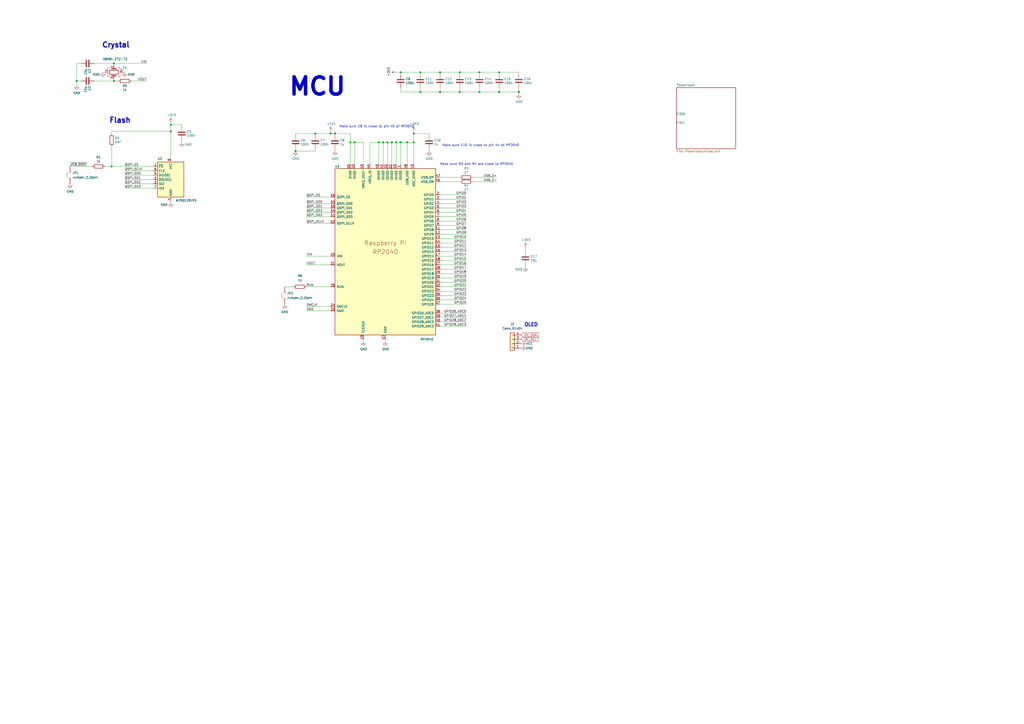
<source format=kicad_sch>
(kicad_sch (version 20250114) (generator "eeschema") (generator_version "9.0")
  (paper "A2")
  (lib_symbols
    (symbol "Connector_Generic:Conn_01x04" (pin_names (offset 1.016) (hide yes))
      (property "Reference" "J" (at 0 5.08 0))
      (property "Value" "Conn_01x04" (at 0 -7.62 0))
      (symbol "Conn_01x04_1_1"
        (rectangle (start -1.27 3.81) (end 1.27 -6.35) (stroke (width 0.254)) (fill (type background)))
        (rectangle (start -1.27 2.667) (end 0 2.413) (stroke (width 0.1524)))
        (rectangle (start -1.27 0.127) (end 0 -0.127) (stroke (width 0.1524)))
        (rectangle (start -1.27 -2.413) (end 0 -2.667) (stroke (width 0.1524)))
        (rectangle (start -1.27 -4.953) (end 0 -5.207) (stroke (width 0.1524)))
        (pin passive line (at -5.08 2.54 0) (length 3.81) (name "Pin_1") (number "1"))
        (pin passive line (at -5.08 0 0) (length 3.81) (name "Pin_2") (number "2"))
        (pin passive line (at -5.08 -2.54 0) (length 3.81) (name "Pin_3") (number "3"))
        (pin passive line (at -5.08 -5.08 0) (length 3.81) (name "Pin_4") (number "4"))
      )
    )
    (symbol "Device:C" (pin_numbers (hide yes)) (pin_names (offset 0.254))
      (property "Reference" "C" (at 0.635 2.54 0))
      (property "Value" "C" (at 0.635 -2.54 0))
      (symbol "C_0_1"
        (polyline (pts (xy -2.032 0.762) (xy 2.032 0.762)) (stroke (width 0.508)))
        (polyline (pts (xy -2.032 -0.762) (xy 2.032 -0.762)) (stroke (width 0.508)))
      )
      (symbol "C_1_1"
        (pin passive line (at 0 3.81 270) (length 2.794) (name "~") (number "1"))
        (pin passive line (at 0 -3.81 90) (length 2.794) (name "~") (number "2"))
      )
    )
    (symbol "Device:Crystal_GND24" (pin_names (offset 1.016) (hide yes))
      (property "Reference" "Y" (at 3.175 5.08 0))
      (property "Value" "Crystal_GND24" (at 3.175 3.175 0))
      (symbol "Crystal_GND24_0_1"
        (polyline (pts (xy -2.54 2.286) (xy -2.54 3.556) (xy 2.54 3.556) (xy 2.54 2.286)))
        (polyline (pts (xy -2.54 0) (xy -2.032 0)))
        (polyline (pts (xy -2.54 -2.286) (xy -2.54 -3.556) (xy 2.54 -3.556) (xy 2.54 -2.286)))
        (polyline (pts (xy -2.032 -1.27) (xy -2.032 1.27)) (stroke (width 0.508)))
        (rectangle (start -1.143 2.54) (end 1.143 -2.54) (stroke (width 0.3048)))
        (polyline (pts (xy 0 3.556) (xy 0 3.81)))
        (polyline (pts (xy 0 -3.81) (xy 0 -3.556)))
        (polyline (pts (xy 2.032 0) (xy 2.54 0)))
        (polyline (pts (xy 2.032 -1.27) (xy 2.032 1.27)) (stroke (width 0.508)))
      )
      (symbol "Crystal_GND24_1_1"
        (pin passive line (at -3.81 0 0) (length 1.27) (name "1") (number "1"))
        (pin passive line (at 0 5.08 270) (length 1.27) (name "2") (number "2"))
        (pin passive line (at 0 -5.08 90) (length 1.27) (name "4") (number "4"))
        (pin passive line (at 3.81 0 180) (length 1.27) (name "3") (number "3"))
      )
    )
    (symbol "Device:R" (pin_numbers (hide yes)) (pin_names (offset 0))
      (property "Reference" "R" (at 2.032 0 90))
      (property "Value" "R" (at 0 0 90))
      (symbol "R_0_1"
        (rectangle (start -1.016 -2.54) (end 1.016 2.54) (stroke (width 0.254)))
      )
      (symbol "R_1_1"
        (pin passive line (at 0 3.81 270) (length 1.27) (name "~") (number "1"))
        (pin passive line (at 0 -3.81 90) (length 1.27) (name "~") (number "2"))
      )
    )
    (symbol "GND_1" (power) (pin_numbers (hide yes)) (pin_names (offset 0) (hide yes))
      (property "Value" "GND" (at 0 -3.81 0))
      (symbol "GND_1_0_1"
        (polyline (pts (xy 0 0) (xy 0 -1.27) (xy 1.27 -1.27) (xy 0 -2.54) (xy -1.27 -1.27) (xy 0 -1.27)))
      )
      (symbol "GND_1_1_1"
        (pin power_in line (at 0 0 270) (length 0) (name "~") (number "1"))
      )
    )
    (symbol "Jumper:Jumper_2_Open" (pin_numbers (hide yes)) (pin_names (offset 0) (hide yes)) (exclude_from_sim yes)
      (property "Reference" "JP" (at 0 2.794 0))
      (property "Value" "Jumper_2_Open" (at 0 -2.286 0))
      (symbol "Jumper_2_Open_0_0"
        (circle (center -2.032 0) (radius 0.508))
        (circle (center 2.032 0) (radius 0.508))
      )
      (symbol "Jumper_2_Open_0_1"
        (arc (start -1.524 1.27) (mid 0 1.778) (end 1.524 1.27))
      )
      (symbol "Jumper_2_Open_1_1"
        (pin passive line (at -5.08 0 0) (length 2.54) (name "A") (number "1"))
        (pin passive line (at 5.08 0 180) (length 2.54) (name "B") (number "2"))
      )
    )
    (symbol "MCU_RaspberryPi_RP2040:RP2040" (pin_names (offset 1.016))
      (property "Reference" "U" (at -29.21 49.53 0))
      (property "Value" "RP2040" (at 24.13 -49.53 0))
      (symbol "RP2040_0_0"
        (text "Raspberry Pi" (at 0 5.08 0) (effects (font (size 2.54 2.54))))
        (text "RP2040" (at 0 0 0) (effects (font (size 2.54 2.54))))
      )
      (symbol "RP2040_0_1"
        (rectangle (start 29.21 48.26) (end -29.21 -48.26) (stroke (width 0.254)) (fill (type background)))
      )
      (symbol "RP2040_1_1"
        (pin bidirectional line (at -31.75 31.75 0) (length 2.54) (name "QSPI_SS") (number "56"))
        (pin bidirectional line (at -31.75 27.94 0) (length 2.54) (name "QSPI_SD0") (number "53"))
        (pin bidirectional line (at -31.75 25.4 0) (length 2.54) (name "QSPI_SD1") (number "55"))
        (pin bidirectional line (at -31.75 22.86 0) (length 2.54) (name "QSPI_SD2") (number "54"))
        (pin bidirectional line (at -31.75 20.32 0) (length 2.54) (name "QSPI_SD3") (number "51"))
        (pin output line (at -31.75 16.51 0) (length 2.54) (name "QSPI_SCLK") (number "52"))
        (pin input line (at -31.75 -2.54 0) (length 2.54) (name "XIN") (number "20"))
        (pin passive line (at -31.75 -7.62 0) (length 2.54) (name "XOUT") (number "21"))
        (pin input line (at -31.75 -20.32 0) (length 2.54) (name "RUN") (number "26"))
        (pin output line (at -31.75 -31.75 0) (length 2.54) (name "SWCLK") (number "24"))
        (pin bidirectional line (at -31.75 -34.29 0) (length 2.54) (name "SWD") (number "25"))
        (pin power_in line (at -20.32 50.8 270) (length 2.54) (name "DVDD") (number "50"))
        (pin power_in line (at -17.78 50.8 270) (length 2.54) (name "DVDD") (number "23"))
        (pin power_out line (at -12.7 50.8 270) (length 2.54) (name "VREG_VOUT") (number "45"))
        (pin passive line (at -12.7 -50.8 90) (length 2.54) (name "TESTEN") (number "19"))
        (pin power_in line (at -8.89 50.8 270) (length 2.54) (name "VREG_IN") (number "44"))
        (pin power_in line (at -3.81 50.8 270) (length 2.54) (name "IOVDD") (number "49"))
        (pin power_in line (at -1.27 50.8 270) (length 2.54) (name "IOVDD") (number "42"))
        (pin power_in line (at 0 -50.8 90) (length 2.54) (name "GND") (number "57"))
        (pin power_in line (at 1.27 50.8 270) (length 2.54) (name "IOVDD") (number "33"))
        (pin power_in line (at 3.81 50.8 270) (length 2.54) (name "IOVDD") (number "22"))
        (pin power_in line (at 6.35 50.8 270) (length 2.54) (name "IOVDD") (number "10"))
        (pin power_in line (at 8.89 50.8 270) (length 2.54) (name "IOVDD") (number "1"))
        (pin power_in line (at 12.7 50.8 270) (length 2.54) (name "USB_VDD") (number "48"))
        (pin power_in line (at 16.51 50.8 270) (length 2.54) (name "ADC_AVDD") (number "43"))
        (pin bidirectional line (at 31.75 43.18 180) (length 2.54) (name "USB_DP") (number "47"))
        (pin bidirectional line (at 31.75 40.64 180) (length 2.54) (name "USB_DM") (number "46"))
        (pin bidirectional line (at 31.75 33.02 180) (length 2.54) (name "GPIO0") (number "2"))
        (pin bidirectional line (at 31.75 30.48 180) (length 2.54) (name "GPIO1") (number "3"))
        (pin bidirectional line (at 31.75 27.94 180) (length 2.54) (name "GPIO2") (number "4"))
        (pin bidirectional line (at 31.75 25.4 180) (length 2.54) (name "GPIO3") (number "5"))
        (pin bidirectional line (at 31.75 22.86 180) (length 2.54) (name "GPIO4") (number "6"))
        (pin bidirectional line (at 31.75 20.32 180) (length 2.54) (name "GPIO5") (number "7"))
        (pin bidirectional line (at 31.75 17.78 180) (length 2.54) (name "GPIO6") (number "8"))
        (pin bidirectional line (at 31.75 15.24 180) (length 2.54) (name "GPIO7") (number "9"))
        (pin bidirectional line (at 31.75 12.7 180) (length 2.54) (name "GPIO8") (number "11"))
        (pin bidirectional line (at 31.75 10.16 180) (length 2.54) (name "GPIO9") (number "12"))
        (pin bidirectional line (at 31.75 7.62 180) (length 2.54) (name "GPIO10") (number "13"))
        (pin bidirectional line (at 31.75 5.08 180) (length 2.54) (name "GPIO11") (number "14"))
        (pin bidirectional line (at 31.75 2.54 180) (length 2.54) (name "GPIO12") (number "15"))
        (pin bidirectional line (at 31.75 0 180) (length 2.54) (name "GPIO13") (number "16"))
        (pin bidirectional line (at 31.75 -2.54 180) (length 2.54) (name "GPIO14") (number "17"))
        (pin bidirectional line (at 31.75 -5.08 180) (length 2.54) (name "GPIO15") (number "18"))
        (pin bidirectional line (at 31.75 -7.62 180) (length 2.54) (name "GPIO16") (number "27"))
        (pin bidirectional line (at 31.75 -10.16 180) (length 2.54) (name "GPIO17") (number "28"))
        (pin bidirectional line (at 31.75 -12.7 180) (length 2.54) (name "GPIO18") (number "29"))
        (pin bidirectional line (at 31.75 -15.24 180) (length 2.54) (name "GPIO19") (number "30"))
        (pin bidirectional line (at 31.75 -17.78 180) (length 2.54) (name "GPIO20") (number "31"))
        (pin bidirectional line (at 31.75 -20.32 180) (length 2.54) (name "GPIO21") (number "32"))
        (pin bidirectional line (at 31.75 -22.86 180) (length 2.54) (name "GPIO22") (number "34"))
        (pin bidirectional line (at 31.75 -25.4 180) (length 2.54) (name "GPIO23") (number "35"))
        (pin bidirectional line (at 31.75 -27.94 180) (length 2.54) (name "GPIO24") (number "36"))
        (pin bidirectional line (at 31.75 -30.48 180) (length 2.54) (name "GPIO25") (number "37"))
        (pin bidirectional line (at 31.75 -35.56 180) (length 2.54) (name "GPIO26_ADC0") (number "38"))
        (pin bidirectional line (at 31.75 -38.1 180) (length 2.54) (name "GPIO27_ADC1") (number "39"))
        (pin bidirectional line (at 31.75 -40.64 180) (length 2.54) (name "GPIO28_ADC2") (number "40"))
        (pin bidirectional line (at 31.75 -43.18 180) (length 2.54) (name "GPIO29_ADC3") (number "41"))
      )
    )
    (symbol "Memory_Flash:W25Q128JVS"
      (property "Reference" "U" (at -8.89 8.89 0))
      (property "Value" "W25Q128JVS" (at 7.62 8.89 0))
      (symbol "W25Q128JVS_0_1"
        (rectangle (start -7.62 10.16) (end 7.62 -10.16) (stroke (width 0.254)) (fill (type background)))
      )
      (symbol "W25Q128JVS_1_1"
        (pin input line (at -10.16 7.62 0) (length 2.54) (name "~{CS}") (number "1"))
        (pin input line (at -10.16 5.08 0) (length 2.54) (name "CLK") (number "6"))
        (pin bidirectional line (at -10.16 2.54 0) (length 2.54) (name "DI(IO0)") (number "5"))
        (pin bidirectional line (at -10.16 0 0) (length 2.54) (name "DO(IO1)") (number "2"))
        (pin bidirectional line (at -10.16 -2.54 0) (length 2.54) (name "IO2") (number "3"))
        (pin bidirectional line (at -10.16 -5.08 0) (length 2.54) (name "IO3") (number "7"))
        (pin power_in line (at 0 12.7 270) (length 2.54) (name "VCC") (number "8"))
        (pin power_in line (at 0 -12.7 90) (length 2.54) (name "GND") (number "4"))
      )
    )
    (symbol "power:+1V1" (power) (pin_names (offset 0))
      (property "Value" "+1V1" (at 0 3.556 0))
      (symbol "+1V1_0_1"
        (polyline (pts (xy -0.762 1.27) (xy 0 2.54)))
        (polyline (pts (xy 0 2.54) (xy 0.762 1.27)))
        (polyline (pts (xy 0 0) (xy 0 2.54)))
      )
      (symbol "+1V1_1_1"
        (pin power_in line (at 0 0 90) (length 0) (hide yes) (name "+1V1") (number "1"))
      )
    )
    (symbol "power:+3V3" (power) (pin_names (offset 0))
      (property "Value" "+3V3" (at 0 3.556 0))
      (symbol "+3V3_0_1"
        (polyline (pts (xy -0.762 1.27) (xy 0 2.54)))
        (polyline (pts (xy 0 2.54) (xy 0.762 1.27)))
        (polyline (pts (xy 0 0) (xy 0 2.54)))
      )
      (symbol "+3V3_1_1"
        (pin power_in line (at 0 0 90) (length 0) (hide yes) (name "+3V3") (number "1"))
      )
    )
    (symbol "power:GND" (power) (pin_names (offset 0))
      (property "Value" "GND" (at 0 -3.81 0))
      (symbol "GND_0_1"
        (polyline (pts (xy 0 0) (xy 0 -1.27) (xy 1.27 -1.27) (xy 0 -2.54) (xy -1.27 -1.27) (xy 0 -1.27)))
      )
      (symbol "GND_1_1"
        (pin power_in line (at 0 0 270) (length 0) (hide yes) (name "GND") (number "1"))
      )
    )
    (symbol "power:VCC" (power) (pin_numbers (hide yes)) (pin_names (offset 0) (hide yes))
      (property "Value" "VCC" (at 0 3.556 0))
      (symbol "VCC_0_1"
        (polyline (pts (xy -0.762 1.27) (xy 0 2.54)))
        (polyline (pts (xy 0 2.54) (xy 0.762 1.27)))
        (polyline (pts (xy 0 0) (xy 0 2.54)))
      )
      (symbol "VCC_1_1"
        (pin power_in line (at 0 0 90) (length 0) (name "~") (number "1"))
      )
    )
  )
  (text "MCU" (at 184.15 50.292 0) (effects (font (size 10 10) (thickness 2) (bold yes))))
  (text "Make sure C10 is close to pin 44 of RP2040" (at 256.54 85.09 0) (effects (font (size 1.27 1.27)) (justify left bottom)))
  (text "Crystal" (at 59.055 27.94 0) (effects (font (size 3 3) (thickness 0.6) (bold yes)) (justify left bottom)))
  (text "Flash" (at 63.246 71.628 0) (effects (font (size 3 3) (thickness 0.6) (bold yes)) (justify left bottom)))
  (text "OLED" (at 308.102 188.468 0) (effects (font (size 2 2) (thickness 0.4) (bold yes))))
  (text "Make sure C8 is close to pin 45 of RP2040" (at 196.85 74.168 0) (effects (font (size 1.27 1.27)) (justify left bottom)))
  (text "Make sure R3 and R4 are close to RP2040" (at 255.27 96.012 0) (effects (font (size 1.27 1.27)) (justify left bottom)))
  (junction (at 266.7 53.34))
  (junction (at 44.45 46.99))
  (junction (at 227.33 82.55))
  (junction (at 278.13 41.91))
  (junction (at 232.41 41.91))
  (junction (at 255.27 41.91))
  (junction (at 99.06 72.39))
  (junction (at 182.88 77.47))
  (junction (at 240.03 82.55))
  (junction (at 229.87 82.55))
  (junction (at 222.25 82.55))
  (junction (at 266.7 41.91))
  (junction (at 219.71 82.55))
  (junction (at 191.77 77.47))
  (junction (at 66.04 46.99))
  (junction (at 289.56 53.34))
  (junction (at 171.45 87.63))
  (junction (at 224.79 82.55))
  (junction (at 194.31 77.47))
  (junction (at 278.13 53.34))
  (junction (at 289.56 41.91))
  (junction (at 255.27 53.34))
  (junction (at 243.84 53.34))
  (junction (at 64.77 96.52))
  (junction (at 240.03 77.47))
  (junction (at 203.2 82.55))
  (junction (at 243.84 41.91))
  (junction (at 236.22 82.55))
  (junction (at 66.04 36.83))
  (junction (at 205.74 82.55))
  (junction (at 232.41 82.55))
  (junction (at 99.06 76.2))
  (junction (at 300.99 53.34))
  (wire (pts (xy 289.56 53.34) (xy 278.13 53.34)))
  (wire (pts (xy 289.56 43.18) (xy 289.56 41.91)))
  (wire (pts (xy 105.41 73.66) (xy 105.41 72.39)))
  (wire (pts (xy 274.32 102.87) (xy 288.29 102.87)))
  (wire (pts (xy 171.45 77.47) (xy 182.88 77.47)))
  (wire (pts (xy 54.61 36.83) (xy 66.04 36.83)))
  (wire (pts (xy 219.71 82.55) (xy 222.25 82.55)))
  (wire (pts (xy 88.9 106.68) (xy 72.39 106.68)))
  (wire (pts (xy 177.8 120.65) (xy 191.77 120.65)))
  (wire (pts (xy 177.8 118.11) (xy 191.77 118.11)))
  (wire (pts (xy 194.31 77.47) (xy 203.2 77.47)))
  (wire (pts (xy 300.99 43.18) (xy 300.99 41.91)))
  (wire (pts (xy 255.27 156.21) (xy 270.51 156.21)))
  (wire (pts (xy 255.27 120.65) (xy 270.51 120.65)))
  (wire (pts (xy 165.1 166.37) (xy 170.18 166.37)))
  (wire (pts (xy 64.77 85.09) (xy 64.77 96.52)))
  (wire (pts (xy 191.77 180.34) (xy 177.8 180.34)))
  (wire (pts (xy 255.27 140.97) (xy 270.51 140.97)))
  (wire (pts (xy 236.22 82.55) (xy 240.03 82.55)))
  (wire (pts (xy 44.45 36.83) (xy 44.45 46.99)))
  (wire (pts (xy 105.41 72.39) (xy 99.06 72.39)))
  (wire (pts (xy 255.27 148.59) (xy 270.51 148.59)))
  (wire (pts (xy 54.61 46.99) (xy 66.04 46.99)))
  (wire (pts (xy 210.82 82.55) (xy 205.74 82.55)))
  (wire (pts (xy 255.27 118.11) (xy 270.51 118.11)))
  (wire (pts (xy 243.84 43.18) (xy 243.84 41.91)))
  (wire (pts (xy 255.27 43.18) (xy 255.27 41.91)))
  (wire (pts (xy 210.82 95.25) (xy 210.82 82.55)))
  (wire (pts (xy 243.84 41.91) (xy 255.27 41.91)))
  (wire (pts (xy 255.27 153.67) (xy 270.51 153.67)))
  (wire (pts (xy 255.27 163.83) (xy 270.51 163.83)))
  (wire (pts (xy 255.27 184.15) (xy 270.51 184.15)))
  (wire (pts (xy 222.25 82.55) (xy 224.79 82.55)))
  (wire (pts (xy 255.27 173.99) (xy 270.51 173.99)))
  (wire (pts (xy 255.27 151.13) (xy 270.51 151.13)))
  (wire (pts (xy 255.27 168.91) (xy 270.51 168.91)))
  (wire (pts (xy 59.69 41.91) (xy 60.96 41.91)))
  (wire (pts (xy 191.77 77.47) (xy 194.31 77.47)))
  (wire (pts (xy 224.79 95.25) (xy 224.79 82.55)))
  (wire (pts (xy 191.77 177.8) (xy 177.8 177.8)))
  (wire (pts (xy 171.45 78.74) (xy 171.45 77.47)))
  (wire (pts (xy 243.84 50.8) (xy 243.84 53.34)))
  (wire (pts (xy 44.45 46.99) (xy 44.45 49.53)))
  (wire (pts (xy 255.27 130.81) (xy 270.51 130.81)))
  (wire (pts (xy 46.99 46.99) (xy 44.45 46.99)))
  (wire (pts (xy 278.13 41.91) (xy 289.56 41.91)))
  (wire (pts (xy 255.27 50.8) (xy 255.27 53.34)))
  (wire (pts (xy 255.27 166.37) (xy 270.51 166.37)))
  (wire (pts (xy 229.87 82.55) (xy 232.41 82.55)))
  (wire (pts (xy 248.92 86.36) (xy 248.92 87.63)))
  (wire (pts (xy 88.9 104.14) (xy 72.39 104.14)))
  (wire (pts (xy 60.96 96.52) (xy 64.77 96.52)))
  (wire (pts (xy 203.2 82.55) (xy 203.2 95.25)))
  (wire (pts (xy 236.22 95.25) (xy 236.22 82.55)))
  (wire (pts (xy 194.31 86.36) (xy 194.31 87.63)))
  (wire (pts (xy 182.88 87.63) (xy 182.88 86.36)))
  (wire (pts (xy 64.77 96.52) (xy 88.9 96.52)))
  (wire (pts (xy 255.27 161.29) (xy 270.51 161.29)))
  (wire (pts (xy 223.52 196.85) (xy 223.52 198.12)))
  (wire (pts (xy 224.79 82.55) (xy 227.33 82.55)))
  (wire (pts (xy 240.03 82.55) (xy 240.03 95.25)))
  (wire (pts (xy 76.2 46.99) (xy 85.09 46.99)))
  (wire (pts (xy 304.8 143.51) (xy 304.8 146.05)))
  (wire (pts (xy 191.77 166.37) (xy 177.8 166.37)))
  (wire (pts (xy 177.8 123.19) (xy 191.77 123.19)))
  (wire (pts (xy 182.88 78.74) (xy 182.88 77.47)))
  (wire (pts (xy 205.74 82.55) (xy 203.2 82.55)))
  (wire (pts (xy 66.04 46.99) (xy 68.58 46.99)))
  (wire (pts (xy 227.33 82.55) (xy 229.87 82.55)))
  (wire (pts (xy 278.13 53.34) (xy 266.7 53.34)))
  (wire (pts (xy 177.8 148.59) (xy 191.77 148.59)))
  (wire (pts (xy 232.41 41.91) (xy 243.84 41.91)))
  (wire (pts (xy 232.41 50.8) (xy 232.41 53.34)))
  (wire (pts (xy 177.8 114.3) (xy 191.77 114.3)))
  (wire (pts (xy 88.9 109.22) (xy 72.39 109.22)))
  (wire (pts (xy 232.41 82.55) (xy 236.22 82.55)))
  (wire (pts (xy 72.39 99.06) (xy 88.9 99.06)))
  (wire (pts (xy 227.33 95.25) (xy 227.33 82.55)))
  (wire (pts (xy 229.87 95.25) (xy 229.87 82.55)))
  (wire (pts (xy 289.56 50.8) (xy 289.56 53.34)))
  (wire (pts (xy 266.7 41.91) (xy 278.13 41.91)))
  (wire (pts (xy 266.7 43.18) (xy 266.7 41.91)))
  (wire (pts (xy 203.2 77.47) (xy 203.2 82.55)))
  (wire (pts (xy 64.77 77.47) (xy 64.77 76.2)))
  (wire (pts (xy 88.9 101.6) (xy 72.39 101.6)))
  (wire (pts (xy 99.06 76.2) (xy 99.06 91.44)))
  (wire (pts (xy 232.41 82.55) (xy 232.41 95.25)))
  (wire (pts (xy 255.27 158.75) (xy 270.51 158.75)))
  (wire (pts (xy 66.04 45.72) (xy 66.04 46.99)))
  (wire (pts (xy 255.27 181.61) (xy 270.51 181.61)))
  (wire (pts (xy 255.27 133.35) (xy 270.51 133.35)))
  (wire (pts (xy 278.13 50.8) (xy 278.13 53.34)))
  (wire (pts (xy 46.99 36.83) (xy 44.45 36.83)))
  (wire (pts (xy 255.27 102.87) (xy 266.7 102.87)))
  (wire (pts (xy 255.27 113.03) (xy 270.51 113.03)))
  (wire (pts (xy 255.27 128.27) (xy 270.51 128.27)))
  (wire (pts (xy 171.45 86.36) (xy 171.45 87.63)))
  (wire (pts (xy 99.06 72.39) (xy 99.06 76.2)))
  (wire (pts (xy 240.03 77.47) (xy 240.03 82.55)))
  (wire (pts (xy 99.06 71.12) (xy 99.06 72.39)))
  (wire (pts (xy 182.88 77.47) (xy 191.77 77.47)))
  (wire (pts (xy 255.27 105.41) (xy 266.7 105.41)))
  (wire (pts (xy 191.77 129.54) (xy 177.8 129.54)))
  (wire (pts (xy 177.8 125.73) (xy 191.77 125.73)))
  (wire (pts (xy 53.34 96.52) (xy 40.64 96.52)))
  (wire (pts (xy 255.27 115.57) (xy 270.51 115.57)))
  (wire (pts (xy 255.27 171.45) (xy 270.51 171.45)))
  (wire (pts (xy 99.06 117.475) (xy 99.06 116.84)))
  (wire (pts (xy 300.99 50.8) (xy 300.99 53.34)))
  (wire (pts (xy 214.63 95.25) (xy 214.63 82.55)))
  (wire (pts (xy 289.56 53.34) (xy 300.99 53.34)))
  (wire (pts (xy 274.32 105.41) (xy 288.29 105.41)))
  (wire (pts (xy 289.56 41.91) (xy 300.99 41.91)))
  (wire (pts (xy 255.27 186.69) (xy 270.51 186.69)))
  (wire (pts (xy 304.8 153.67) (xy 304.8 154.94)))
  (wire (pts (xy 255.27 123.19) (xy 270.51 123.19)))
  (wire (pts (xy 214.63 82.55) (xy 219.71 82.55)))
  (wire (pts (xy 222.25 95.25) (xy 222.25 82.55)))
  (wire (pts (xy 243.84 53.34) (xy 232.41 53.34)))
  (wire (pts (xy 255.27 53.34) (xy 243.84 53.34)))
  (wire (pts (xy 266.7 53.34) (xy 255.27 53.34)))
  (wire (pts (xy 255.27 41.91) (xy 266.7 41.91)))
  (wire (pts (xy 194.31 78.74) (xy 194.31 77.47)))
  (wire (pts (xy 255.27 146.05) (xy 270.51 146.05)))
  (wire (pts (xy 205.74 95.25) (xy 205.74 82.55)))
  (wire (pts (xy 255.27 189.23) (xy 270.51 189.23)))
  (wire (pts (xy 255.27 125.73) (xy 270.51 125.73)))
  (wire (pts (xy 255.27 176.53) (xy 270.51 176.53)))
  (wire (pts (xy 240.03 77.47) (xy 248.92 77.47)))
  (wire (pts (xy 64.77 76.2) (xy 99.06 76.2)))
  (wire (pts (xy 255.27 135.89) (xy 270.51 135.89)))
  (wire (pts (xy 278.13 43.18) (xy 278.13 41.91)))
  (wire (pts (xy 66.04 36.83) (xy 85.09 36.83)))
  (wire (pts (xy 300.99 53.34) (xy 300.99 54.61)))
  (wire (pts (xy 66.04 38.1) (xy 66.04 36.83)))
  (wire (pts (xy 210.82 196.85) (xy 210.82 198.12)))
  (wire (pts (xy 71.12 41.91) (xy 72.39 41.91)))
  (wire (pts (xy 191.77 153.67) (xy 177.8 153.67)))
  (wire (pts (xy 229.87 41.91) (xy 232.41 41.91)))
  (wire (pts (xy 255.27 143.51) (xy 270.51 143.51)))
  (wire (pts (xy 266.7 50.8) (xy 266.7 53.34)))
  (wire (pts (xy 232.41 43.18) (xy 232.41 41.91)))
  (wire (pts (xy 240.03 76.2) (xy 240.03 77.47)))
  (wire (pts (xy 191.77 76.2) (xy 191.77 77.47)))
  (wire (pts (xy 255.27 138.43) (xy 270.51 138.43)))
  (wire (pts (xy 105.41 81.28) (xy 105.41 82.55)))
  (wire (pts (xy 248.92 78.74) (xy 248.92 77.47)))
  (wire (pts (xy 171.45 87.63) (xy 182.88 87.63)))
  (wire (pts (xy 219.71 95.25) (xy 219.71 82.55)))
  (label "GPIO15" (at 270.51 151.13 180))
  (label "~{USB_BOOT}" (at 40.64 96.52 0))
  (label "QSPI_SD1" (at 177.8 120.65 0))
  (label "QSPI_SS" (at 177.8 114.3 0))
  (label "GPIO5" (at 270.51 125.73 180))
  (label "XOUT" (at 85.09 46.99 180))
  (label "GPIO6" (at 270.51 128.27 180))
  (label "QSPI_SD0" (at 72.39 101.6 0))
  (label "GPIO1" (at 270.51 115.57 180))
  (label "QSPI_SD3" (at 177.8 125.73 0))
  (label "GPIO13" (at 270.51 146.05 180))
  (label "GPIO21" (at 270.51 166.37 180))
  (label "SWCLK" (at 177.8 177.8 0))
  (label "QSPI_SCLK" (at 72.39 99.06 0))
  (label "GPIO9" (at 270.51 135.89 180))
  (label "GPIO22" (at 270.51 168.91 180))
  (label "QSPI_SD3" (at 72.39 109.22 0))
  (label "QSPI_SD0" (at 177.8 118.11 0))
  (label "GPIO29_ADC3" (at 270.51 189.23 180))
  (label "GPIO17" (at 270.51 156.21 180))
  (label "GPIO2" (at 270.51 118.11 180))
  (label "QSPI_SS" (at 72.39 96.52 0))
  (label "GPIO4" (at 270.51 123.19 180))
  (label "GPIO19" (at 270.51 161.29 180))
  (label "GPIO26_ADC0" (at 270.51 181.61 180))
  (label "GPIO25" (at 270.51 176.53 180))
  (label "XIN" (at 177.8 148.59 0))
  (label "GPIO11" (at 270.51 140.97 180))
  (label "GPIO3" (at 270.51 120.65 180))
  (label "GPIO7" (at 270.51 130.81 180))
  (label "QSPI_SCLK" (at 177.8 129.54 0))
  (label "GPIO28_ADC2" (at 270.51 186.69 180))
  (label "GPIO27_ADC1" (at 270.51 184.15 180))
  (label "USB_D+" (at 288.29 102.87 180))
  (label "GPIO12" (at 270.51 143.51 180))
  (label "QSPI_SD2" (at 177.8 123.19 0))
  (label "XIN" (at 85.09 36.83 180))
  (label "GPIO23" (at 270.51 171.45 180))
  (label "RUN" (at 177.8 166.37 0))
  (label "GPIO10" (at 270.51 138.43 180))
  (label "GPIO0" (at 270.51 113.03 180))
  (label "XOUT" (at 177.8 153.67 0))
  (label "USB_D-" (at 288.29 105.41 180))
  (label "SWD" (at 177.8 180.34 0))
  (label "QSPI_SD1" (at 72.39 104.14 0))
  (label "GPIO20" (at 270.51 163.83 180))
  (label "GPIO8" (at 270.51 133.35 180))
  (label "GPIO18" (at 270.51 158.75 180))
  (label "GPIO14" (at 270.51 148.59 180))
  (label "QSPI_SD2" (at 72.39 106.68 0))
  (label "GPIO24" (at 270.51 173.99 180))
  (label "GPIO16" (at 270.51 153.67 180))
  (global_label "I2C_SCL" (shape input) (at 302.26 196.85 0) (property "Intersheetrefs" "${INTERSHEET_REFS}" (effects (hide yes))))
  (global_label "I2C_SDA" (shape input) (at 302.26 194.31 0) (property "Intersheetrefs" "${INTERSHEET_REFS}" (effects (hide yes))))
  (symbol (lib_id "MCU_RaspberryPi_RP2040:RP2040") (at 223.52 146.05 0) (unit 1)
    (property "Reference" "U3" (at 195.58 96.52 0))
    (property "Value" "RP2040" (at 247.65 196.85 0))
    (property "Footprint" "Components:RP2040-QFN-56" (effects (hide yes)))
  )
  (symbol (lib_id "Memory_Flash:W25Q128JVS") (at 99.06 104.14 0) (unit 1)
    (property "Reference" "U2" (at 92.71 92.075 0))
    (property "Value" "W25Q128JVS" (at 107.95 116.205 0))
    (property "Footprint" "Components:SOIC-8_5.23x5.23mm_P1.27mm" (effects (hide yes)))
    (property "Datasheet" "http://www.winbond.com/resource-files/w25q128jv_dtr%20revc%2003272018%20plus.pdf" (effects (hide yes)))
  )
  (symbol (lib_id "power:+3V3") (at 99.06 71.12 0) (unit 1)
    (property "Reference" "#PWR07" (effects (hide yes)))
    (property "Value" "+3V3" (at 99.441 66.7258 0))
  )
  (symbol (lib_id "power:GND") (at 99.06 117.475 0) (unit 1)
    (property "Reference" "#PWR08" (effects (hide yes)))
    (property "Value" "GND" (at 95.25 118.745 0))
  )
  (symbol (lib_id "Device:R") (at 64.77 81.28 0) (unit 1)
    (property "Reference" "R2" (at 66.548 80.1116 0) (effects (justify left)))
    (property "Value" "DNF" (at 66.548 82.423 0) (effects (justify left)))
    (property "Footprint" "Resistor_SMD:R_0402_1005Metric" (effects (hide yes)))
  )
  (symbol (lib_id "Device:R") (at 57.15 96.52 270) (unit 1)
    (property "Reference" "R1" (at 57.15 91.2622 90))
    (property "Value" "1k" (at 57.15 93.5736 90))
    (property "Footprint" "Resistor_SMD:R_0402_1005Metric" (effects (hide yes)))
  )
  (symbol (lib_id "Device:C") (at 105.41 77.47 0) (unit 1)
    (property "Reference" "C5" (at 108.331 76.3016 0) (effects (justify left)))
    (property "Value" "100n" (at 108.331 78.613 0) (effects (justify left)))
    (property "Footprint" "Capacitor_SMD:C_0402_1005Metric" (effects (hide yes)))
  )
  (symbol (lib_id "power:GND") (at 105.41 82.55 0) (unit 1)
    (property "Reference" "#PWR011" (effects (hide yes)))
    (property "Value" "GND" (at 109.22 83.82 0))
  )
  (symbol (lib_id "power:GND") (at 223.52 198.12 0) (unit 1)
    (property "Reference" "#PWR016" (effects (hide yes)))
    (property "Value" "GND" (at 223.647 202.5142 0))
  )
  (symbol (lib_id "power:GND") (at 210.82 198.12 0) (unit 1)
    (property "Reference" "#PWR015" (effects (hide yes)))
    (property "Value" "GND" (at 210.947 202.5142 0))
  )
  (symbol (lib_id "Device:R") (at 270.51 102.87 270) (unit 1)
    (property "Reference" "R3" (at 270.51 97.6122 90))
    (property "Value" "27" (at 270.51 99.9236 90))
    (property "Footprint" "Resistor_SMD:R_0402_1005Metric" (effects (hide yes)))
  )
  (symbol (lib_id "Device:R") (at 270.51 105.41 270) (unit 1)
    (property "Reference" "R4" (at 270.51 107.6706 90))
    (property "Value" "27" (at 270.51 109.982 90))
    (property "Footprint" "Resistor_SMD:R_0402_1005Metric" (effects (hide yes)))
  )
  (symbol (lib_id "power:+3V3") (at 229.87 41.91 90) (unit 1)
    (property "Reference" "#PWR017" (effects (hide yes)))
    (property "Value" "+3V3" (at 225.4758 41.529 0))
  )
  (symbol (lib_id "power:+1V1") (at 191.77 76.2 0) (unit 1)
    (property "Reference" "#PWR014" (effects (hide yes)))
    (property "Value" "+1V1" (at 192.151 71.8058 0))
  )
  (symbol (lib_id "Device:C") (at 232.41 46.99 0) (unit 1)
    (property "Reference" "C9" (at 235.331 45.8216 0) (effects (justify left)))
    (property "Value" "100n" (at 235.331 48.133 0) (effects (justify left)))
    (property "Footprint" "Capacitor_SMD:C_0402_1005Metric" (effects (hide yes)))
  )
  (symbol (lib_id "Device:C") (at 243.84 46.99 0) (unit 1)
    (property "Reference" "C11" (at 246.761 45.8216 0) (effects (justify left)))
    (property "Value" "100n" (at 246.761 48.133 0) (effects (justify left)))
    (property "Footprint" "Capacitor_SMD:C_0402_1005Metric" (effects (hide yes)))
  )
  (symbol (lib_id "Device:C") (at 255.27 46.99 0) (unit 1)
    (property "Reference" "C12" (at 258.191 45.8216 0) (effects (justify left)))
    (property "Value" "100n" (at 258.191 48.133 0) (effects (justify left)))
    (property "Footprint" "Capacitor_SMD:C_0402_1005Metric" (effects (hide yes)))
  )
  (symbol (lib_id "Device:C") (at 266.7 46.99 0) (unit 1)
    (property "Reference" "C13" (at 269.621 45.8216 0) (effects (justify left)))
    (property "Value" "100n" (at 269.621 48.133 0) (effects (justify left)))
    (property "Footprint" "Capacitor_SMD:C_0402_1005Metric" (effects (hide yes)))
  )
  (symbol (lib_id "Device:C") (at 278.13 46.99 0) (unit 1)
    (property "Reference" "C14" (at 281.051 45.8216 0) (effects (justify left)))
    (property "Value" "100n" (at 281.051 48.133 0) (effects (justify left)))
    (property "Footprint" "Capacitor_SMD:C_0402_1005Metric" (effects (hide yes)))
  )
  (symbol (lib_id "Device:C") (at 289.56 46.99 0) (unit 1)
    (property "Reference" "C15" (at 292.481 45.8216 0) (effects (justify left)))
    (property "Value" "100n" (at 292.481 48.133 0) (effects (justify left)))
    (property "Footprint" "Capacitor_SMD:C_0402_1005Metric" (effects (hide yes)))
  )
  (symbol (lib_id "Device:C") (at 300.99 46.99 0) (unit 1)
    (property "Reference" "C16" (at 303.911 45.8216 0) (effects (justify left)))
    (property "Value" "100n" (at 303.911 48.133 0) (effects (justify left)))
    (property "Footprint" "Capacitor_SMD:C_0402_1005Metric" (effects (hide yes)))
  )
  (symbol (lib_id "Device:C") (at 171.45 82.55 0) (unit 1)
    (property "Reference" "C6" (at 174.371 81.3816 0) (effects (justify left)))
    (property "Value" "100n" (at 174.371 83.693 0) (effects (justify left)))
    (property "Footprint" "Capacitor_SMD:C_0402_1005Metric" (effects (hide yes)))
  )
  (symbol (lib_id "Device:C") (at 182.88 82.55 0) (unit 1)
    (property "Reference" "C7" (at 185.801 81.3816 0) (effects (justify left)))
    (property "Value" "100n" (at 185.801 83.693 0) (effects (justify left)))
    (property "Footprint" "Capacitor_SMD:C_0402_1005Metric" (effects (hide yes)))
  )
  (symbol (lib_id "Device:C") (at 194.31 82.55 0) (unit 1)
    (property "Reference" "C8" (at 197.231 81.3816 0) (effects (justify left)))
    (property "Value" "1u" (at 197.231 83.693 0) (effects (justify left)))
    (property "Footprint" "Capacitor_SMD:C_0402_1005Metric" (effects (hide yes)))
  )
  (symbol (lib_id "Device:C") (at 248.92 82.55 0) (unit 1)
    (property "Reference" "C10" (at 251.841 81.3816 0) (effects (justify left)))
    (property "Value" "1u" (at 251.841 83.693 0) (effects (justify left)))
    (property "Footprint" "Capacitor_SMD:C_0402_1005Metric" (effects (hide yes)))
  )
  (symbol (lib_id "power:GND") (at 300.99 54.61 0) (unit 1)
    (property "Reference" "#PWR023" (effects (hide yes)))
    (property "Value" "GND" (at 301.117 59.0042 0))
  )
  (symbol (lib_id "power:GND") (at 171.45 87.63 0) (unit 1)
    (property "Reference" "#PWR012" (effects (hide yes)))
    (property "Value" "GND" (at 171.577 92.0242 0))
  )
  (symbol (lib_id "power:GND") (at 194.31 87.63 0) (unit 1)
    (property "Reference" "#PWR013" (effects (hide yes)))
    (property "Value" "GND" (at 194.437 92.0242 0))
  )
  (symbol (lib_id "power:GND") (at 248.92 87.63 0) (unit 1)
    (property "Reference" "#PWR018" (effects (hide yes)))
    (property "Value" "GND" (at 249.047 92.0242 0))
  )
  (symbol (lib_id "power:+3V3") (at 304.8 143.51 0) (unit 1)
    (property "Reference" "#PWR024" (effects (hide yes)))
    (property "Value" "+3V3" (at 305.181 139.1158 0))
  )
  (symbol (lib_id "Device:C") (at 304.8 149.86 0) (unit 1)
    (property "Reference" "C17" (at 307.721 148.6916 0) (effects (justify left)))
    (property "Value" "10u" (at 307.721 151.003 0) (effects (justify left)))
    (property "Footprint" "Capacitor_SMD:C_0805_2012Metric" (effects (hide yes)))
  )
  (symbol (lib_id "power:GND") (at 304.8 154.94 0) (unit 1)
    (property "Reference" "#PWR025" (effects (hide yes)))
    (property "Value" "GND" (at 300.99 156.21 0))
  )
  (symbol (lib_id "power:GND") (at 40.64 106.68 0) (unit 1)
    (property "Reference" "#PWR02" (effects (hide yes)))
    (property "Value" "GND" (at 40.767 111.0742 0))
  )
  (symbol (lib_id "Device:R") (at 173.99 166.37 90) (unit 1)
    (property "Reference" "R6" (at 173.99 160.02 90))
    (property "Value" "1k" (at 173.99 162.56 90))
    (property "Footprint" "Resistor_SMD:R_0402_1005Metric" (effects (hide yes)))
    (property "Description" "Resistor" (effects (hide yes)))
  )
  (symbol (lib_id "Device:Crystal_GND24") (at 66.04 41.91 270) (unit 1)
    (property "Reference" "Y1" (at 71.12 39.37 90) (effects (justify left)))
    (property "Value" "ABM8-272-T3" (at 59.69 34.29 90) (effects (justify left)))
    (property "Footprint" "Crystal:Crystal_SMD_3225-4Pin_3.2x2.5mm" (effects (hide yes)))
  )
  (symbol (lib_id "power:GND") (at 72.39 41.91 0) (unit 1)
    (property "Reference" "#PWR027" (effects (hide yes)))
    (property "Value" "GND" (at 76.2 43.18 0))
  )
  (symbol (lib_id "Device:C") (at 50.8 36.83 270) (unit 1)
    (property "Reference" "C2" (at 51.9684 39.751 0) (effects (justify left)))
    (property "Value" "15p" (at 49.657 39.751 0) (effects (justify left)))
    (property "Footprint" "Capacitor_SMD:C_0402_1005Metric" (effects (hide yes)))
  )
  (symbol (lib_id "Jumper:Jumper_2_Open") (at 165.1 171.45 90) (unit 1)
    (property "Reference" "JP2" (at 166.37 170.1799 90) (effects (justify right)))
    (property "Value" "Jumper_2_Open" (at 166.37 172.7199 90) (effects (justify right)))
    (property "Footprint" "Jumper:SolderJumper-2_P1.3mm_Open_TrianglePad1.0x1.5mm" (effects (hide yes)))
    (property "Description" "Jumper, 2-pole, open" (effects (hide yes)))
  )
  (symbol (lib_id "Jumper:Jumper_2_Open") (at 40.64 101.6 90) (unit 1)
    (property "Reference" "JP1" (at 41.91 100.3299 90) (effects (justify right)))
    (property "Value" "Jumper_2_Open" (at 41.91 102.8699 90) (effects (justify right)))
    (property "Footprint" "Jumper:SolderJumper-2_P1.3mm_Open_TrianglePad1.0x1.5mm" (effects (hide yes)))
    (property "Description" "Jumper, 2-pole, open" (effects (hide yes)))
  )
  (symbol (lib_id "power:GND") (at 165.1 176.53 0) (unit 1)
    (property "Reference" "#PWR020" (effects (hide yes)))
    (property "Value" "GND" (at 165.227 180.9242 0))
  )
  (symbol (lib_id "Device:R") (at 72.39 46.99 270) (unit 1)
    (property "Reference" "R5" (at 72.39 49.7586 90))
    (property "Value" "1k" (at 72.39 52.07 90))
    (property "Footprint" "Resistor_SMD:R_0402_1005Metric" (effects (hide yes)))
  )
  (symbol (lib_id "Connector_Generic:Conn_01x04") (at 297.18 199.39 180) (unit 1)
    (property "Reference" "J2" (at 297.18 187.96 0))
    (property "Value" "Conn_01x04" (at 297.18 190.5 0))
    (property "Footprint" "Components:SSD1306-0.91-OLED-4pin-128x32" (effects (hide yes)))
    (property "Description" "Generic connector, single row, 01x04, script generated (kicad-library-utils/schlib/autogen/connector/)" (effects (hide yes)))
  )
  (symbol (lib_id "power:+3V3") (at 240.03 76.2 0) (unit 1)
    (property "Reference" "#PWR0195" (effects (hide yes)))
    (property "Value" "+3V3" (at 240.411 71.8058 0))
  )
  (symbol (lib_id "power:VCC") (at 302.26 199.39 270) (unit 1)
    (property "Reference" "#PWR0212" (effects (hide yes)))
    (property "Value" "VCC" (at 307.086 199.39 90))
    (property "Description" "Power symbol creates a global label with name \"VCC\"" (effects (hide yes)))
  )
  (symbol (lib_id "power:GND") (at 44.45 49.53 0) (unit 1)
    (property "Reference" "#PWR06" (effects (hide yes)))
    (property "Value" "GND" (at 44.577 53.9242 0))
  )
  (symbol (lib_id "Device:C") (at 50.8 46.99 270) (unit 1)
    (property "Reference" "C3" (at 51.9684 49.911 0) (effects (justify left)))
    (property "Value" "15p" (at 49.657 49.911 0) (effects (justify left)))
    (property "Footprint" "Capacitor_SMD:C_0402_1005Metric" (effects (hide yes)))
  )
  (symbol (lib_id "power:GND") (at 59.69 41.91 0) (unit 1)
    (property "Reference" "#PWR026" (effects (hide yes)))
    (property "Value" "GND" (at 55.88 43.18 0))
  )
  (symbol (lib_name "GND_1") (lib_id "power:GND") (at 302.26 201.93 90) (unit 1)
    (property "Reference" "#PWR0213" (effects (hide yes)))
    (property "Value" "GND" (at 307.086 201.93 90))
    (property "Description" "Power symbol creates a global label with name \"GND\" , ground" (effects (hide yes)))
  )
  (sheet (at 392.43 50.8) (size 34.29 35.56) (stroke (width 0.1524))
    (property "Sheetname" "PowerInput" (at 392.43 50.0884 0) (effects (justify left bottom)))
    (property "Sheetfile" "PowerInput.kicad_sch" (at 392.43 86.9446 0) (effects (justify left top)))
    (pin "SDA" input (at 392.43 66.04 180))
    (pin "SCL" input (at 392.43 71.12 180))
  )
)
</source>
